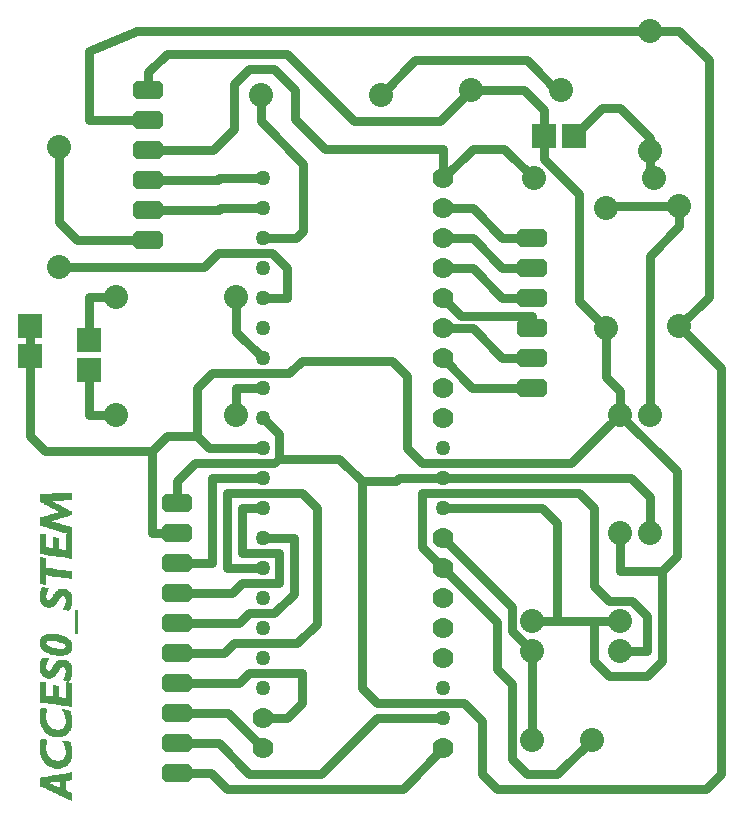
<source format=gbr>
G04 PROTEUS RS274X GERBER FILE*
%FSLAX45Y45*%
%MOMM*%
G01*
%ADD10C,0.762000*%
%ADD11C,1.778000*%
%ADD12C,1.270000*%
%AMDIL003*
4,1,8,
-1.270000,0.457200,-0.965200,0.762000,0.965200,0.762000,1.270000,0.457200,1.270000,-0.457200,
0.965200,-0.762000,-0.965200,-0.762000,-1.270000,-0.457200,-1.270000,0.457200,
0*%
%ADD13DIL003*%
%ADD14C,2.032000*%
%ADD15R,2.032000X2.032000*%
%ADD16C,0.063500*%
D10*
X+1250000Y-1504000D02*
X+1079500Y-1333500D01*
X+1079500Y-1127500D01*
X+500000Y-548000D01*
X+1250000Y-1504000D02*
X+1250000Y-2250000D01*
X+500000Y-802000D02*
X+952500Y-1254500D01*
X+952500Y-1651000D01*
X+1079500Y-1778000D01*
X+1079500Y-2413000D01*
X+1206500Y-2540000D01*
X+1468000Y-2540000D01*
X+1758000Y-2250000D01*
X+500000Y-802000D02*
X+317500Y-619500D01*
X+317500Y-167000D01*
X+1651000Y-167000D01*
X+1778000Y-294000D01*
X+1778000Y-952500D01*
X+1905000Y-1079500D01*
X+2095500Y-1079500D01*
X+2222500Y-1206500D01*
X+2222500Y-1504000D01*
X+2000000Y-1504000D01*
X+2250000Y+2734000D02*
X+2250000Y+2532000D01*
X+2282000Y+2500000D01*
X+2250000Y+2734000D02*
X+2250000Y+2843000D01*
X+2000000Y+3093000D01*
X+1843000Y+3093000D01*
X+1609000Y+2859000D01*
X-1024000Y+1992000D02*
X-746000Y+1992001D01*
X-682500Y+2055501D01*
X-682500Y+2623500D01*
X-1043500Y+2984500D01*
X-1043500Y+3206500D01*
X-27500Y+3206500D02*
X+266000Y+3500000D01*
X+1206500Y+3500000D01*
X+1500000Y+3206500D01*
X+1500000Y+3250000D01*
X-2000000Y+1980000D02*
X-2595500Y+1980000D01*
X-2750000Y+2134500D01*
X-2750000Y+2766000D01*
X-1024000Y+976000D02*
X-1250000Y+1202000D01*
X-1250000Y+1500000D01*
X-1024000Y+722000D02*
X-1250000Y+722000D01*
X-1250000Y+500000D01*
X+2500000Y+2266000D02*
X+2500000Y+2095500D01*
X+2250000Y+1845500D01*
X+2250000Y+500000D01*
X+2500000Y+2266000D02*
X+1893000Y+2266000D01*
X+1877000Y+2250000D01*
X+500000Y+976000D02*
X+746000Y+730000D01*
X+1250000Y+730000D01*
X-825500Y+1611001D02*
X-825500Y+1738001D01*
X-952500Y+1865001D01*
X-1408999Y+1865001D01*
X-1524000Y+1750000D01*
X-2750000Y+1750000D01*
X-825500Y+1611001D02*
X-825500Y+1484001D01*
X-1024000Y+1484000D01*
X-1024000Y+1484001D01*
X-1460500Y+2234000D02*
X-2000000Y+2234000D01*
X-1460500Y+2234000D02*
X-1397000Y+2234000D01*
X-1384999Y+2246001D01*
X-1024000Y+2246000D01*
X-1024000Y+2500000D02*
X-1397000Y+2500000D01*
X-1409000Y+2488000D01*
X-2000000Y+2488000D01*
X+500000Y-2072000D02*
X-63500Y-2072000D01*
X-531500Y-2540000D01*
X-1143000Y-2540000D01*
X-1401000Y-2282000D01*
X-1750000Y-2282000D01*
X+500000Y-2326000D02*
X+159000Y-2667000D01*
X-1333500Y-2667000D01*
X-1464500Y-2536000D01*
X-1750000Y-2536000D01*
X-1024000Y-802000D02*
X-1333500Y-802000D01*
X-1333500Y-167000D01*
X-698500Y-167000D01*
X-571500Y-294000D01*
X-571500Y-1270000D01*
X-738500Y-1437000D01*
X-1270000Y-1437000D01*
X-1353000Y-1520000D01*
X-1750000Y-1520000D01*
X-1024000Y-548000D02*
X-762000Y-548000D01*
X-762000Y-1016000D01*
X-929000Y-1183000D01*
X-1143000Y-1183000D01*
X-1226000Y-1266000D01*
X-1750000Y-1266000D01*
X-1024000Y-294000D02*
X-1206500Y-294000D01*
X-1206500Y-675000D01*
X-889000Y-675000D01*
X-889000Y-929000D01*
X-1206500Y-929000D01*
X-1289500Y-1012000D01*
X-1750000Y-1012000D01*
X-1024000Y-40000D02*
X-1460500Y-40000D01*
X-1460500Y-758000D01*
X-1750000Y-758000D01*
X-1024000Y-2072000D02*
X-825500Y-2072000D01*
X-698500Y-1945000D01*
X-698500Y-1691000D01*
X-1143000Y-1691000D01*
X-1226000Y-1774000D01*
X-1750000Y-1774000D01*
X+1877000Y+1234000D02*
X+1651000Y+1460000D01*
X+1651000Y+2371000D01*
X+1355000Y+2667000D01*
X+1355000Y+2859000D01*
X-698500Y+952500D02*
X-802000Y+849000D01*
X-1460500Y+849000D01*
X-1587500Y+722000D01*
X-1587500Y+317500D01*
X+1778000Y-1250000D02*
X+1778000Y-1587500D01*
X+1905000Y-1714500D01*
X+2222500Y-1714500D01*
X+2349500Y-1587500D01*
X+2349500Y-825500D01*
X-1968500Y+190500D02*
X-1968500Y-504000D01*
X-1750000Y-504000D01*
X+2349500Y-825500D02*
X+1996000Y-825500D01*
X+1996000Y-500000D01*
X+1877000Y+1234000D02*
X+1877000Y+817500D01*
X+1996000Y+698500D01*
X+1996000Y+500000D01*
X-1968500Y+190500D02*
X-1841500Y+317500D01*
X-1587500Y+317500D01*
X-1484000Y+214000D01*
X-1024000Y+214000D01*
X+738000Y+3250000D02*
X+472500Y+2984500D01*
X-254000Y+2984500D01*
X-825500Y+3556000D01*
X-1841500Y+3556000D01*
X-2000000Y+3397500D01*
X-2000000Y+3250000D01*
X-3000000Y+1000000D02*
X-3000000Y+1254000D01*
X-3000000Y+1000000D02*
X-3000000Y+317500D01*
X-2873000Y+190500D01*
X-1968500Y+190500D01*
X+1460500Y-1250000D02*
X+1250000Y-1250000D01*
X+1460500Y-1250000D02*
X+1778000Y-1250000D01*
X+1460500Y-1250000D02*
X+1460500Y-421000D01*
X+1333500Y-294000D01*
X+500000Y-294000D01*
X+1996000Y+500000D02*
X+1871000Y+375000D01*
X+1583000Y+87000D01*
X+317500Y+87000D01*
X+190500Y+214000D01*
X+190500Y+825500D01*
X+63500Y+952500D01*
X-698500Y+952500D01*
X+1996000Y+500000D02*
X+2476500Y+19500D01*
X+2476500Y-698500D01*
X+2349500Y-825500D01*
X+1778000Y-1250000D02*
X+2000000Y-1250000D01*
X+738000Y+3250000D02*
X+1188500Y+3250000D01*
X+1355000Y+3083500D01*
X+1355000Y+2859000D01*
X-2266000Y+500000D02*
X-2500000Y+500000D01*
X-2500000Y+877000D01*
X-2266000Y+1500000D02*
X-2500000Y+1500000D01*
X-2500000Y+1131000D01*
X-750000Y+3250000D02*
X-929000Y+3429000D01*
X-1143000Y+3429000D01*
X-1270000Y+3302000D01*
X-1270000Y+2921000D01*
X-1449000Y+2742000D01*
X-2000000Y+2742000D01*
X+500000Y+2500000D02*
X+500000Y+2750000D01*
X-500000Y+2750000D01*
X-750000Y+3000000D01*
X-750000Y+3250000D01*
X+500000Y+1484000D02*
X+652400Y+1331600D01*
X+1250000Y+1331600D01*
X+1250000Y+1238000D01*
X+500000Y+1230000D02*
X+754000Y+1230000D01*
X+1000000Y+984000D01*
X+1250000Y+984000D01*
X-1024000Y-2326000D02*
X-1322000Y-2028000D01*
X-1750000Y-2028000D01*
X+500000Y+2246000D02*
X+754000Y+2246000D01*
X+1000000Y+2000000D01*
X+1250000Y+2000000D01*
X-889000Y+127000D02*
X-381000Y+127000D01*
X-190500Y-63500D01*
X-889000Y+127000D02*
X-889000Y+333000D01*
X-1024000Y+468000D01*
X+500000Y-40000D02*
X+127000Y-40000D01*
X+103500Y-63500D01*
X-190500Y-63500D01*
X+2500000Y+1250000D02*
X+2750000Y+1500000D01*
X+2750000Y+3500000D01*
X+2500000Y+3750000D01*
X+2250000Y+3750000D01*
X-2088164Y+3750000D01*
X-2500000Y+3579500D01*
X-2500000Y+2996000D01*
X-2000000Y+2996000D01*
X-889000Y+127000D02*
X-929000Y+87000D01*
X-1599500Y+87000D01*
X-1750000Y-63500D01*
X+2500000Y+1250000D02*
X+2853500Y+896500D01*
X+2853500Y-2540000D01*
X+2726500Y-2667000D01*
X+952500Y-2667000D01*
X+825500Y-2540000D01*
X+825500Y-2095500D01*
X+675000Y-1945000D01*
X-63500Y-1945000D01*
X-190500Y-1818000D01*
X-190500Y-63500D01*
X+500000Y-40000D02*
X+2091500Y-40000D01*
X+2250000Y-198500D01*
X+2250000Y-500000D01*
X-1750000Y-63500D02*
X-1750000Y-250000D01*
X+1250000Y+1746000D02*
X+1000000Y+1746000D01*
X+754000Y+1992000D01*
X+500000Y+1992000D01*
X+1250000Y+1492000D02*
X+1000000Y+1492000D01*
X+754000Y+1738000D01*
X+500000Y+1738000D01*
X+1266000Y+2500000D02*
X+1016000Y+2750000D01*
X+750000Y+2750000D01*
X+500000Y+2500000D01*
D11*
X+500000Y+2500000D03*
X+500000Y+2246000D03*
X+500000Y+1992000D03*
X+500000Y+1738000D03*
X+500000Y+1484000D03*
X+500000Y+1230000D03*
X+500000Y+976000D03*
X+500000Y+722000D03*
X+500000Y+468000D03*
D12*
X+500000Y+214000D03*
X+500000Y-40000D03*
X+500000Y-294000D03*
D11*
X+500000Y-548000D03*
X+500000Y-802000D03*
X+500000Y-1056000D03*
X+500000Y-1310000D03*
X+500000Y-1564000D03*
D12*
X+500000Y-1818000D03*
X+500000Y-2072000D03*
D11*
X+500000Y-2326000D03*
X-1024000Y-2326000D03*
X-1024000Y-2072000D03*
D12*
X-1024000Y-1818000D03*
X-1024000Y-1564000D03*
X-1024000Y-1310000D03*
X-1024000Y-1056000D03*
X-1024000Y-802000D03*
X-1024000Y-548000D03*
X-1024000Y-294000D03*
X-1024000Y-40000D03*
X-1024000Y+214000D03*
X-1024000Y+468000D03*
X-1024000Y+722000D03*
X-1024000Y+976000D03*
X-1024000Y+1230000D03*
X-1024000Y+1484000D03*
X-1024000Y+1738000D03*
X-1024000Y+1992000D03*
X-1024000Y+2246000D03*
X-1024000Y+2500000D03*
D13*
X-1750000Y-250000D03*
X-1750000Y-504000D03*
X-1750000Y-758000D03*
X-1750000Y-1012000D03*
X-1750000Y-1266000D03*
X-1750000Y-1520000D03*
X-1750000Y-1774000D03*
X-1750000Y-2028000D03*
X-1750000Y-2282000D03*
X-1750000Y-2536000D03*
X+1250000Y+2000000D03*
X+1250000Y+1746000D03*
X+1250000Y+1492000D03*
X+1250000Y+1238000D03*
X+1250000Y+984000D03*
X+1250000Y+730000D03*
D14*
X+1877000Y+2250000D03*
X+1877000Y+1234000D03*
X+2500000Y+1250000D03*
X+2500000Y+2266000D03*
X-1250000Y+500000D03*
X-2266000Y+500000D03*
X-1250000Y+1500000D03*
X-2266000Y+1500000D03*
D15*
X-2500000Y+1131000D03*
X-2500000Y+877000D03*
D14*
X-1043500Y+3206500D03*
X-27500Y+3206500D03*
X+1500000Y+3250000D03*
X+738000Y+3250000D03*
X+2282000Y+2500000D03*
X+1266000Y+2500000D03*
D15*
X+1609000Y+2859000D03*
X+1355000Y+2859000D03*
D14*
X+1250000Y-2250000D03*
X+1758000Y-2250000D03*
X+1250000Y-1250000D03*
X+1250000Y-1504000D03*
X+2000000Y-1250000D03*
X+2000000Y-1504000D03*
D13*
X-2000000Y+3250000D03*
X-2000000Y+2996000D03*
X-2000000Y+2742000D03*
X-2000000Y+2488000D03*
X-2000000Y+2234000D03*
X-2000000Y+1980000D03*
D15*
X-3000000Y+1000000D03*
X-3000000Y+1254000D03*
D14*
X-2750000Y+1750000D03*
X-2750000Y+2766000D03*
X+2250000Y+500000D03*
X+1996000Y+500000D03*
X+2250000Y-500000D03*
X+1996000Y-500000D03*
X+2250000Y+3750000D03*
X+2250000Y+2734000D03*
D16*
X-2916180Y-2635700D02*
X-2916180Y-2574740D01*
X-2916180Y-2351220D02*
X-2916180Y-2280100D01*
X-2916180Y-2087060D02*
X-2916180Y-2015940D01*
X-2916180Y-1660340D02*
X-2916180Y-1609540D01*
X-2916180Y-1446980D02*
X-2916180Y-1406340D01*
X-2916180Y-1060900D02*
X-2916180Y-1010100D01*
X-2911100Y-2640780D02*
X-2911100Y-2574740D01*
X-2911100Y-2376620D02*
X-2911100Y-2254700D01*
X-2911100Y-2112460D02*
X-2911100Y-1990540D01*
X-2911100Y-1929580D02*
X-2911100Y-1761940D01*
X-2911100Y-1675580D02*
X-2911100Y-1589220D01*
X-2911100Y-1462220D02*
X-2911100Y-1396180D01*
X-2911100Y-1076140D02*
X-2911100Y-989780D01*
X-2911100Y-928820D02*
X-2911100Y-705300D01*
X-2911100Y-674820D02*
X-2911100Y-507180D01*
X-2911100Y-430980D02*
X-2911100Y-370020D01*
X-2911100Y-232860D02*
X-2911100Y-171900D01*
X-2906020Y-2640780D02*
X-2906020Y-2569660D01*
X-2906020Y-2391860D02*
X-2906020Y-2244540D01*
X-2906020Y-2127700D02*
X-2906020Y-1980380D01*
X-2906020Y-1929580D02*
X-2906020Y-1761940D01*
X-2906020Y-1685740D02*
X-2906020Y-1579060D01*
X-2906020Y-1472380D02*
X-2906020Y-1386020D01*
X-2906020Y-1086300D02*
X-2906020Y-979620D01*
X-2906020Y-928820D02*
X-2906020Y-705300D01*
X-2906020Y-674820D02*
X-2906020Y-507180D01*
X-2906020Y-436060D02*
X-2906020Y-370020D01*
X-2906020Y-232860D02*
X-2906020Y-171900D01*
X-2900940Y-2640780D02*
X-2900940Y-2569660D01*
X-2900940Y-2402020D02*
X-2900940Y-2244540D01*
X-2900940Y-2137860D02*
X-2900940Y-1980380D01*
X-2900940Y-1929580D02*
X-2900940Y-1761940D01*
X-2900940Y-1690820D02*
X-2900940Y-1568900D01*
X-2900940Y-1477460D02*
X-2900940Y-1380940D01*
X-2900940Y-1091380D02*
X-2900940Y-969460D01*
X-2900940Y-928820D02*
X-2900940Y-705300D01*
X-2900940Y-674820D02*
X-2900940Y-507180D01*
X-2900940Y-436060D02*
X-2900940Y-370020D01*
X-2900940Y-237940D02*
X-2900940Y-171900D01*
X-2895860Y-2645860D02*
X-2895860Y-2569660D01*
X-2895860Y-2412180D02*
X-2895860Y-2244540D01*
X-2895860Y-2148020D02*
X-2895860Y-1980380D01*
X-2895860Y-1929580D02*
X-2895860Y-1761940D01*
X-2895860Y-1700980D02*
X-2895860Y-1558740D01*
X-2895860Y-1482540D02*
X-2895860Y-1375860D01*
X-2895860Y-1101540D02*
X-2895860Y-959300D01*
X-2895860Y-928820D02*
X-2895860Y-705300D01*
X-2895860Y-674820D02*
X-2895860Y-507180D01*
X-2895860Y-436060D02*
X-2895860Y-364940D01*
X-2895860Y-237940D02*
X-2895860Y-171900D01*
X-2890780Y-2645860D02*
X-2890780Y-2569660D01*
X-2890780Y-2422340D02*
X-2890780Y-2249620D01*
X-2890780Y-2158180D02*
X-2890780Y-1985460D01*
X-2890780Y-1929580D02*
X-2890780Y-1767020D01*
X-2890780Y-1706060D02*
X-2890780Y-1558740D01*
X-2890780Y-1487620D02*
X-2890780Y-1375860D01*
X-2890780Y-1106620D02*
X-2890780Y-959300D01*
X-2890780Y-928820D02*
X-2890780Y-710380D01*
X-2890780Y-674820D02*
X-2890780Y-512260D01*
X-2890780Y-441140D02*
X-2890780Y-364940D01*
X-2890780Y-243020D02*
X-2890780Y-171900D01*
X-2885700Y-2650940D02*
X-2885700Y-2569660D01*
X-2885700Y-2427420D02*
X-2885700Y-2249620D01*
X-2885700Y-2163260D02*
X-2885700Y-1985460D01*
X-2885700Y-1929580D02*
X-2885700Y-1767020D01*
X-2885700Y-1711140D02*
X-2885700Y-1558740D01*
X-2885700Y-1492700D02*
X-2885700Y-1370780D01*
X-2885700Y-1111700D02*
X-2885700Y-959300D01*
X-2885700Y-933900D02*
X-2885700Y-710380D01*
X-2885700Y-674820D02*
X-2885700Y-512260D01*
X-2885700Y-441140D02*
X-2885700Y-364940D01*
X-2885700Y-243020D02*
X-2885700Y-171900D01*
X-2880620Y-2650940D02*
X-2880620Y-2569660D01*
X-2880620Y-2432500D02*
X-2880620Y-2249620D01*
X-2880620Y-2168340D02*
X-2880620Y-1985460D01*
X-2880620Y-1934660D02*
X-2880620Y-1767020D01*
X-2880620Y-1711140D02*
X-2880620Y-1558740D01*
X-2880620Y-1492700D02*
X-2880620Y-1365700D01*
X-2880620Y-1111700D02*
X-2880620Y-959300D01*
X-2880620Y-933900D02*
X-2880620Y-710380D01*
X-2880620Y-679900D02*
X-2880620Y-512260D01*
X-2880620Y-441140D02*
X-2880620Y-359860D01*
X-2880620Y-248100D02*
X-2880620Y-171900D01*
X-2875540Y-2656020D02*
X-2875540Y-2564580D01*
X-2875540Y-2442660D02*
X-2875540Y-2249620D01*
X-2875540Y-2178500D02*
X-2875540Y-1985460D01*
X-2875540Y-1934660D02*
X-2875540Y-1767020D01*
X-2875540Y-1716220D02*
X-2875540Y-1563820D01*
X-2875540Y-1497780D02*
X-2875540Y-1365700D01*
X-2875540Y-1116780D02*
X-2875540Y-964380D01*
X-2875540Y-933900D02*
X-2875540Y-710380D01*
X-2875540Y-679900D02*
X-2875540Y-512260D01*
X-2875540Y-441140D02*
X-2875540Y-359860D01*
X-2875540Y-253180D02*
X-2875540Y-171900D01*
X-2870460Y-2656020D02*
X-2870460Y-2564580D01*
X-2870460Y-2447740D02*
X-2870460Y-2249620D01*
X-2870460Y-2183580D02*
X-2870460Y-1985460D01*
X-2870460Y-1934660D02*
X-2870460Y-1767020D01*
X-2870460Y-1721300D02*
X-2870460Y-1563820D01*
X-2870460Y-1502860D02*
X-2870460Y-1365700D01*
X-2870460Y-1121860D02*
X-2870460Y-964380D01*
X-2870460Y-933900D02*
X-2870460Y-710380D01*
X-2870460Y-679900D02*
X-2870460Y-512260D01*
X-2870460Y-446220D02*
X-2870460Y-359860D01*
X-2870460Y-253180D02*
X-2870460Y-171900D01*
X-2865380Y-2661100D02*
X-2865380Y-2564580D01*
X-2865380Y-2452820D02*
X-2865380Y-2346140D01*
X-2865380Y-2285180D02*
X-2865380Y-2254700D01*
X-2865380Y-2188660D02*
X-2865380Y-2081980D01*
X-2865380Y-2021020D02*
X-2865380Y-1990540D01*
X-2865380Y-1934660D02*
X-2865380Y-1878780D01*
X-2865380Y-1721300D02*
X-2865380Y-1650180D01*
X-2865380Y-1614620D02*
X-2865380Y-1563820D01*
X-2865380Y-1502860D02*
X-2865380Y-1441900D01*
X-2865380Y-1421580D02*
X-2865380Y-1360620D01*
X-2865380Y-1121860D02*
X-2865380Y-1050740D01*
X-2865380Y-1015180D02*
X-2865380Y-964380D01*
X-2865380Y-852620D02*
X-2865380Y-796740D01*
X-2865380Y-679900D02*
X-2865380Y-624020D01*
X-2865380Y-446220D02*
X-2865380Y-359860D01*
X-2865380Y-258260D02*
X-2865380Y-171900D01*
X-2860300Y-2661100D02*
X-2860300Y-2615380D01*
X-2860300Y-2610300D02*
X-2860300Y-2564580D01*
X-2860300Y-2457900D02*
X-2860300Y-2366460D01*
X-2860300Y-2264860D02*
X-2860300Y-2254700D01*
X-2860300Y-2193740D02*
X-2860300Y-2102300D01*
X-2860300Y-2000700D02*
X-2860300Y-1990540D01*
X-2860300Y-1934660D02*
X-2860300Y-1878780D01*
X-2860300Y-1721300D02*
X-2860300Y-1660340D01*
X-2860300Y-1599380D02*
X-2860300Y-1563820D01*
X-2860300Y-1507940D02*
X-2860300Y-1446980D01*
X-2860300Y-1416500D02*
X-2860300Y-1360620D01*
X-2860300Y-1121860D02*
X-2860300Y-1060900D01*
X-2860300Y-999940D02*
X-2860300Y-964380D01*
X-2860300Y-852620D02*
X-2860300Y-796740D01*
X-2860300Y-679900D02*
X-2860300Y-624020D01*
X-2860300Y-446220D02*
X-2860300Y-354780D01*
X-2860300Y-258260D02*
X-2860300Y-171900D01*
X-2855220Y-2666180D02*
X-2855220Y-2615380D01*
X-2855220Y-2610300D02*
X-2855220Y-2564580D01*
X-2855220Y-2457900D02*
X-2855220Y-2376620D01*
X-2855220Y-2193740D02*
X-2855220Y-2112460D01*
X-2855220Y-1934660D02*
X-2855220Y-1878780D01*
X-2855220Y-1726380D02*
X-2855220Y-1665420D01*
X-2855220Y-1589220D02*
X-2855220Y-1563820D01*
X-2855220Y-1507940D02*
X-2855220Y-1452060D01*
X-2855220Y-1411420D02*
X-2855220Y-1360620D01*
X-2855220Y-1126940D02*
X-2855220Y-1065980D01*
X-2855220Y-989780D02*
X-2855220Y-964380D01*
X-2855220Y-852620D02*
X-2855220Y-796740D01*
X-2855220Y-679900D02*
X-2855220Y-624020D01*
X-2855220Y-451300D02*
X-2855220Y-354780D01*
X-2855220Y-263340D02*
X-2855220Y-171900D01*
X-2850140Y-2666180D02*
X-2850140Y-2620460D01*
X-2850140Y-2610300D02*
X-2850140Y-2564580D01*
X-2850140Y-2462980D02*
X-2850140Y-2386780D01*
X-2850140Y-2198820D02*
X-2850140Y-2122620D01*
X-2850140Y-1934660D02*
X-2850140Y-1878780D01*
X-2850140Y-1726380D02*
X-2850140Y-1670500D01*
X-2850140Y-1579060D02*
X-2850140Y-1563820D01*
X-2850140Y-1513020D02*
X-2850140Y-1457140D01*
X-2850140Y-1406340D02*
X-2850140Y-1360620D01*
X-2850140Y-1126940D02*
X-2850140Y-1071060D01*
X-2850140Y-979620D02*
X-2850140Y-964380D01*
X-2850140Y-852620D02*
X-2850140Y-796740D01*
X-2850140Y-679900D02*
X-2850140Y-624020D01*
X-2850140Y-451300D02*
X-2850140Y-354780D01*
X-2850140Y-263340D02*
X-2850140Y-171900D01*
X-2845060Y-2671260D02*
X-2845060Y-2620460D01*
X-2845060Y-2610300D02*
X-2845060Y-2559500D01*
X-2845060Y-2468060D02*
X-2845060Y-2391860D01*
X-2845060Y-2203900D02*
X-2845060Y-2127700D01*
X-2845060Y-1939740D02*
X-2845060Y-1878780D01*
X-2845060Y-1726380D02*
X-2845060Y-1670500D01*
X-2845060Y-1568900D02*
X-2845060Y-1563820D01*
X-2845060Y-1513020D02*
X-2845060Y-1457140D01*
X-2845060Y-1406340D02*
X-2845060Y-1355540D01*
X-2845060Y-1126940D02*
X-2845060Y-1071060D01*
X-2845060Y-969460D02*
X-2845060Y-964380D01*
X-2845060Y-857700D02*
X-2845060Y-796740D01*
X-2845060Y-684980D02*
X-2845060Y-624020D01*
X-2845060Y-451300D02*
X-2845060Y-349700D01*
X-2845060Y-268420D02*
X-2845060Y-171900D01*
X-2839980Y-2671260D02*
X-2839980Y-2620460D01*
X-2839980Y-2610300D02*
X-2839980Y-2559500D01*
X-2839980Y-2468060D02*
X-2839980Y-2402020D01*
X-2839980Y-2203900D02*
X-2839980Y-2137860D01*
X-2839980Y-1939740D02*
X-2839980Y-1883860D01*
X-2839980Y-1726380D02*
X-2839980Y-1670500D01*
X-2839980Y-1518100D02*
X-2839980Y-1462220D01*
X-2839980Y-1406340D02*
X-2839980Y-1355540D01*
X-2839980Y-1126940D02*
X-2839980Y-1071060D01*
X-2839980Y-857700D02*
X-2839980Y-801820D01*
X-2839980Y-684980D02*
X-2839980Y-629100D01*
X-2839980Y-456380D02*
X-2839980Y-349700D01*
X-2839980Y-268420D02*
X-2839980Y-171900D01*
X-2834900Y-2676340D02*
X-2834900Y-2625540D01*
X-2834900Y-2610300D02*
X-2834900Y-2559500D01*
X-2834900Y-2473140D02*
X-2834900Y-2407100D01*
X-2834900Y-2208980D02*
X-2834900Y-2142940D01*
X-2834900Y-1939740D02*
X-2834900Y-1883860D01*
X-2834900Y-1726380D02*
X-2834900Y-1670500D01*
X-2834900Y-1518100D02*
X-2834900Y-1462220D01*
X-2834900Y-1406340D02*
X-2834900Y-1355540D01*
X-2834900Y-1126940D02*
X-2834900Y-1071060D01*
X-2834900Y-857700D02*
X-2834900Y-801820D01*
X-2834900Y-684980D02*
X-2834900Y-629100D01*
X-2834900Y-456380D02*
X-2834900Y-349700D01*
X-2834900Y-273500D02*
X-2834900Y-171900D01*
X-2829820Y-2676340D02*
X-2829820Y-2625540D01*
X-2829820Y-2610300D02*
X-2829820Y-2559500D01*
X-2829820Y-2473140D02*
X-2829820Y-2407100D01*
X-2829820Y-2208980D02*
X-2829820Y-2142940D01*
X-2829820Y-1939740D02*
X-2829820Y-1883860D01*
X-2829820Y-1726380D02*
X-2829820Y-1665420D01*
X-2829820Y-1518100D02*
X-2829820Y-1467300D01*
X-2829820Y-1406340D02*
X-2829820Y-1355540D01*
X-2829820Y-1126940D02*
X-2829820Y-1065980D01*
X-2829820Y-857700D02*
X-2829820Y-801820D01*
X-2829820Y-684980D02*
X-2829820Y-629100D01*
X-2829820Y-456380D02*
X-2829820Y-400500D01*
X-2829820Y-395420D02*
X-2829820Y-344620D01*
X-2829820Y-273500D02*
X-2829820Y-171900D01*
X-2824740Y-2681420D02*
X-2824740Y-2630620D01*
X-2824740Y-2610300D02*
X-2824740Y-2559500D01*
X-2824740Y-2478220D02*
X-2824740Y-2412180D01*
X-2824740Y-2214060D02*
X-2824740Y-2148020D01*
X-2824740Y-1939740D02*
X-2824740Y-1883860D01*
X-2824740Y-1726380D02*
X-2824740Y-1660340D01*
X-2824740Y-1523180D02*
X-2824740Y-1467300D01*
X-2824740Y-1406340D02*
X-2824740Y-1355540D01*
X-2824740Y-1126940D02*
X-2824740Y-1060900D01*
X-2824740Y-857700D02*
X-2824740Y-801820D01*
X-2824740Y-684980D02*
X-2824740Y-629100D01*
X-2824740Y-456380D02*
X-2824740Y-400500D01*
X-2824740Y-395420D02*
X-2824740Y-344620D01*
X-2824740Y-278580D02*
X-2824740Y-227780D01*
X-2824740Y-222700D02*
X-2824740Y-171900D01*
X-2819660Y-2681420D02*
X-2819660Y-2630620D01*
X-2819660Y-2605220D02*
X-2819660Y-2559500D01*
X-2819660Y-2478220D02*
X-2819660Y-2417260D01*
X-2819660Y-2214060D02*
X-2819660Y-2153100D01*
X-2819660Y-1939740D02*
X-2819660Y-1883860D01*
X-2819660Y-1721300D02*
X-2819660Y-1655260D01*
X-2819660Y-1523180D02*
X-2819660Y-1467300D01*
X-2819660Y-1406340D02*
X-2819660Y-1355540D01*
X-2819660Y-1121860D02*
X-2819660Y-1055820D01*
X-2819660Y-857700D02*
X-2819660Y-801820D01*
X-2819660Y-684980D02*
X-2819660Y-629100D01*
X-2819660Y-461460D02*
X-2819660Y-400500D01*
X-2819660Y-395420D02*
X-2819660Y-344620D01*
X-2819660Y-278580D02*
X-2819660Y-227780D01*
X-2819660Y-222700D02*
X-2819660Y-171900D01*
X-2814580Y-2686500D02*
X-2814580Y-2630620D01*
X-2814580Y-2605220D02*
X-2814580Y-2554420D01*
X-2814580Y-2483300D02*
X-2814580Y-2422340D01*
X-2814580Y-2219140D02*
X-2814580Y-2158180D01*
X-2814580Y-1939740D02*
X-2814580Y-1883860D01*
X-2814580Y-1721300D02*
X-2814580Y-1645100D01*
X-2814580Y-1523180D02*
X-2814580Y-1472380D01*
X-2814580Y-1406340D02*
X-2814580Y-1355540D01*
X-2814580Y-1121860D02*
X-2814580Y-1045660D01*
X-2814580Y-857700D02*
X-2814580Y-801820D01*
X-2814580Y-684980D02*
X-2814580Y-629100D01*
X-2814580Y-461460D02*
X-2814580Y-405580D01*
X-2814580Y-390340D02*
X-2814580Y-344620D01*
X-2814580Y-283660D02*
X-2814580Y-232860D01*
X-2814580Y-222700D02*
X-2814580Y-166820D01*
X-2809500Y-2686500D02*
X-2809500Y-2635700D01*
X-2809500Y-2605220D02*
X-2809500Y-2554420D01*
X-2809500Y-2483300D02*
X-2809500Y-2422340D01*
X-2809500Y-2219140D02*
X-2809500Y-2158180D01*
X-2809500Y-1944820D02*
X-2809500Y-1883860D01*
X-2809500Y-1721300D02*
X-2809500Y-1640020D01*
X-2809500Y-1528260D02*
X-2809500Y-1472380D01*
X-2809500Y-1406340D02*
X-2809500Y-1355540D01*
X-2809500Y-1121860D02*
X-2809500Y-1040580D01*
X-2809500Y-862780D02*
X-2809500Y-801820D01*
X-2809500Y-690060D02*
X-2809500Y-629100D01*
X-2809500Y-461460D02*
X-2809500Y-405580D01*
X-2809500Y-390340D02*
X-2809500Y-339540D01*
X-2809500Y-288740D02*
X-2809500Y-232860D01*
X-2809500Y-222700D02*
X-2809500Y-166820D01*
X-2804420Y-2691580D02*
X-2804420Y-2635700D01*
X-2804420Y-2605220D02*
X-2804420Y-2554420D01*
X-2804420Y-2483300D02*
X-2804420Y-2427420D01*
X-2804420Y-2219140D02*
X-2804420Y-2163260D01*
X-2804420Y-1944820D02*
X-2804420Y-1792420D01*
X-2804420Y-1716220D02*
X-2804420Y-1629860D01*
X-2804420Y-1528260D02*
X-2804420Y-1472380D01*
X-2804420Y-1406340D02*
X-2804420Y-1355540D01*
X-2804420Y-1116780D02*
X-2804420Y-1030420D01*
X-2804420Y-862780D02*
X-2804420Y-806900D01*
X-2804420Y-690060D02*
X-2804420Y-537660D01*
X-2804420Y-466540D02*
X-2804420Y-405580D01*
X-2804420Y-390340D02*
X-2804420Y-339540D01*
X-2804420Y-288740D02*
X-2804420Y-237940D01*
X-2804420Y-222700D02*
X-2804420Y-166820D01*
X-2799340Y-2691580D02*
X-2799340Y-2640780D01*
X-2799340Y-2605220D02*
X-2799340Y-2554420D01*
X-2799340Y-2483300D02*
X-2799340Y-2427420D01*
X-2799340Y-2219140D02*
X-2799340Y-2163260D01*
X-2799340Y-1944820D02*
X-2799340Y-1792420D01*
X-2799340Y-1716220D02*
X-2799340Y-1619700D01*
X-2799340Y-1528260D02*
X-2799340Y-1472380D01*
X-2799340Y-1411420D02*
X-2799340Y-1355540D01*
X-2799340Y-1116780D02*
X-2799340Y-1020260D01*
X-2799340Y-862780D02*
X-2799340Y-806900D01*
X-2799340Y-690060D02*
X-2799340Y-537660D01*
X-2799340Y-466540D02*
X-2799340Y-410660D01*
X-2799340Y-385260D02*
X-2799340Y-339540D01*
X-2799340Y-293820D02*
X-2799340Y-243020D01*
X-2799340Y-222700D02*
X-2799340Y-166820D01*
X-2794260Y-2691580D02*
X-2794260Y-2640780D01*
X-2794260Y-2605220D02*
X-2794260Y-2554420D01*
X-2794260Y-2488380D02*
X-2794260Y-2427420D01*
X-2794260Y-2224220D02*
X-2794260Y-2163260D01*
X-2794260Y-1944820D02*
X-2794260Y-1792420D01*
X-2794260Y-1711140D02*
X-2794260Y-1614620D01*
X-2794260Y-1528260D02*
X-2794260Y-1477460D01*
X-2794260Y-1411420D02*
X-2794260Y-1355540D01*
X-2794260Y-1111700D02*
X-2794260Y-1015180D01*
X-2794260Y-862780D02*
X-2794260Y-806900D01*
X-2794260Y-690060D02*
X-2794260Y-537660D01*
X-2794260Y-466540D02*
X-2794260Y-410660D01*
X-2794260Y-385260D02*
X-2794260Y-334460D01*
X-2794260Y-293820D02*
X-2794260Y-243020D01*
X-2794260Y-222700D02*
X-2794260Y-166820D01*
X-2789180Y-2696660D02*
X-2789180Y-2645860D01*
X-2789180Y-2605220D02*
X-2789180Y-2554420D01*
X-2789180Y-2488380D02*
X-2789180Y-2427420D01*
X-2789180Y-2224220D02*
X-2789180Y-2163260D01*
X-2789180Y-1944820D02*
X-2789180Y-1792420D01*
X-2789180Y-1706060D02*
X-2789180Y-1604460D01*
X-2789180Y-1528260D02*
X-2789180Y-1477460D01*
X-2789180Y-1411420D02*
X-2789180Y-1355540D01*
X-2789180Y-1106620D02*
X-2789180Y-1005020D01*
X-2789180Y-862780D02*
X-2789180Y-806900D01*
X-2789180Y-690060D02*
X-2789180Y-537660D01*
X-2789180Y-471620D02*
X-2789180Y-410660D01*
X-2789180Y-385260D02*
X-2789180Y-334460D01*
X-2789180Y-298900D02*
X-2789180Y-248100D01*
X-2789180Y-222700D02*
X-2789180Y-166820D01*
X-2784100Y-2696660D02*
X-2784100Y-2645860D01*
X-2784100Y-2605220D02*
X-2784100Y-2549340D01*
X-2784100Y-2488380D02*
X-2784100Y-2432500D01*
X-2784100Y-2224220D02*
X-2784100Y-2168340D01*
X-2784100Y-1944820D02*
X-2784100Y-1797500D01*
X-2784100Y-1700980D02*
X-2784100Y-1599380D01*
X-2784100Y-1528260D02*
X-2784100Y-1477460D01*
X-2784100Y-1411420D02*
X-2784100Y-1355540D01*
X-2784100Y-1101540D02*
X-2784100Y-999940D01*
X-2784100Y-862780D02*
X-2784100Y-806900D01*
X-2784100Y-690060D02*
X-2784100Y-542740D01*
X-2784100Y-471620D02*
X-2784100Y-410660D01*
X-2784100Y-385260D02*
X-2784100Y-334460D01*
X-2784100Y-298900D02*
X-2784100Y-248100D01*
X-2784100Y-222700D02*
X-2784100Y-166820D01*
X-2779020Y-2701740D02*
X-2779020Y-2645860D01*
X-2779020Y-2600140D02*
X-2779020Y-2549340D01*
X-2779020Y-2488380D02*
X-2779020Y-2432500D01*
X-2779020Y-2224220D02*
X-2779020Y-2168340D01*
X-2779020Y-1944820D02*
X-2779020Y-1797500D01*
X-2779020Y-1690820D02*
X-2779020Y-1594300D01*
X-2779020Y-1533340D02*
X-2779020Y-1477460D01*
X-2779020Y-1411420D02*
X-2779020Y-1360620D01*
X-2779020Y-1091380D02*
X-2779020Y-994860D01*
X-2779020Y-862780D02*
X-2779020Y-806900D01*
X-2779020Y-690060D02*
X-2779020Y-542740D01*
X-2779020Y-471620D02*
X-2779020Y-415740D01*
X-2779020Y-380180D02*
X-2779020Y-329380D01*
X-2779020Y-303980D02*
X-2779020Y-253180D01*
X-2779020Y-222700D02*
X-2779020Y-166820D01*
X-2773940Y-2701740D02*
X-2773940Y-2650940D01*
X-2773940Y-2600140D02*
X-2773940Y-2549340D01*
X-2773940Y-2488380D02*
X-2773940Y-2432500D01*
X-2773940Y-2224220D02*
X-2773940Y-2168340D01*
X-2773940Y-1949900D02*
X-2773940Y-1797500D01*
X-2773940Y-1685740D02*
X-2773940Y-1589220D01*
X-2773940Y-1533340D02*
X-2773940Y-1477460D01*
X-2773940Y-1411420D02*
X-2773940Y-1360620D01*
X-2773940Y-1086300D02*
X-2773940Y-989780D01*
X-2773940Y-867860D02*
X-2773940Y-806900D01*
X-2773940Y-695140D02*
X-2773940Y-542740D01*
X-2773940Y-476700D02*
X-2773940Y-415740D01*
X-2773940Y-380180D02*
X-2773940Y-329380D01*
X-2773940Y-303980D02*
X-2773940Y-253180D01*
X-2773940Y-222700D02*
X-2773940Y-166820D01*
X-2768860Y-2706820D02*
X-2768860Y-2650940D01*
X-2768860Y-2600140D02*
X-2768860Y-2549340D01*
X-2768860Y-2488380D02*
X-2768860Y-2432500D01*
X-2768860Y-2224220D02*
X-2768860Y-2168340D01*
X-2768860Y-1949900D02*
X-2768860Y-1797500D01*
X-2768860Y-1675580D02*
X-2768860Y-1589220D01*
X-2768860Y-1533340D02*
X-2768860Y-1482540D01*
X-2768860Y-1416500D02*
X-2768860Y-1360620D01*
X-2768860Y-1076140D02*
X-2768860Y-989780D01*
X-2768860Y-867860D02*
X-2768860Y-811980D01*
X-2768860Y-695140D02*
X-2768860Y-542740D01*
X-2768860Y-476700D02*
X-2768860Y-415740D01*
X-2768860Y-380180D02*
X-2768860Y-329380D01*
X-2768860Y-309060D02*
X-2768860Y-258260D01*
X-2768860Y-222700D02*
X-2768860Y-166820D01*
X-2763780Y-2706820D02*
X-2763780Y-2656020D01*
X-2763780Y-2600140D02*
X-2763780Y-2549340D01*
X-2763780Y-2488380D02*
X-2763780Y-2432500D01*
X-2763780Y-2224220D02*
X-2763780Y-2168340D01*
X-2763780Y-1949900D02*
X-2763780Y-1797500D01*
X-2763780Y-1670500D02*
X-2763780Y-1584140D01*
X-2763780Y-1533340D02*
X-2763780Y-1482540D01*
X-2763780Y-1416500D02*
X-2763780Y-1360620D01*
X-2763780Y-1071060D02*
X-2763780Y-984700D01*
X-2763780Y-867860D02*
X-2763780Y-811980D01*
X-2763780Y-695140D02*
X-2763780Y-542740D01*
X-2763780Y-476700D02*
X-2763780Y-420820D01*
X-2763780Y-375100D02*
X-2763780Y-324300D01*
X-2763780Y-309060D02*
X-2763780Y-258260D01*
X-2763780Y-222700D02*
X-2763780Y-166820D01*
X-2758700Y-2711900D02*
X-2758700Y-2656020D01*
X-2758700Y-2600140D02*
X-2758700Y-2549340D01*
X-2758700Y-2488380D02*
X-2758700Y-2432500D01*
X-2758700Y-2224220D02*
X-2758700Y-2168340D01*
X-2758700Y-1949900D02*
X-2758700Y-1894020D01*
X-2758700Y-1660340D02*
X-2758700Y-1579060D01*
X-2758700Y-1533340D02*
X-2758700Y-1482540D01*
X-2758700Y-1416500D02*
X-2758700Y-1360620D01*
X-2758700Y-1060900D02*
X-2758700Y-979620D01*
X-2758700Y-867860D02*
X-2758700Y-811980D01*
X-2758700Y-695140D02*
X-2758700Y-639260D01*
X-2758700Y-476700D02*
X-2758700Y-420820D01*
X-2758700Y-375100D02*
X-2758700Y-324300D01*
X-2758700Y-314140D02*
X-2758700Y-263340D01*
X-2758700Y-222700D02*
X-2758700Y-166820D01*
X-2753620Y-2711900D02*
X-2753620Y-2656020D01*
X-2753620Y-2600140D02*
X-2753620Y-2544260D01*
X-2753620Y-2488380D02*
X-2753620Y-2432500D01*
X-2753620Y-2224220D02*
X-2753620Y-2168340D01*
X-2753620Y-1949900D02*
X-2753620Y-1894020D01*
X-2753620Y-1655260D02*
X-2753620Y-1579060D01*
X-2753620Y-1533340D02*
X-2753620Y-1482540D01*
X-2753620Y-1416500D02*
X-2753620Y-1365700D01*
X-2753620Y-1055820D02*
X-2753620Y-979620D01*
X-2753620Y-867860D02*
X-2753620Y-811980D01*
X-2753620Y-695140D02*
X-2753620Y-639260D01*
X-2753620Y-481780D02*
X-2753620Y-420820D01*
X-2753620Y-375100D02*
X-2753620Y-324300D01*
X-2753620Y-314140D02*
X-2753620Y-263340D01*
X-2753620Y-222700D02*
X-2753620Y-166820D01*
X-2748540Y-2716980D02*
X-2748540Y-2661100D01*
X-2748540Y-2600140D02*
X-2748540Y-2544260D01*
X-2748540Y-2488380D02*
X-2748540Y-2432500D01*
X-2748540Y-2224220D02*
X-2748540Y-2168340D01*
X-2748540Y-1949900D02*
X-2748540Y-1894020D01*
X-2748540Y-1645100D02*
X-2748540Y-1579060D01*
X-2748540Y-1533340D02*
X-2748540Y-1482540D01*
X-2748540Y-1421580D02*
X-2748540Y-1365700D01*
X-2748540Y-1045660D02*
X-2748540Y-979620D01*
X-2748540Y-867860D02*
X-2748540Y-811980D01*
X-2748540Y-695140D02*
X-2748540Y-639260D01*
X-2748540Y-481780D02*
X-2748540Y-425900D01*
X-2748540Y-370020D02*
X-2748540Y-324300D01*
X-2748540Y-319220D02*
X-2748540Y-268420D01*
X-2748540Y-222700D02*
X-2748540Y-166820D01*
X-2743460Y-2716980D02*
X-2743460Y-2544260D01*
X-2743460Y-2488380D02*
X-2743460Y-2427420D01*
X-2743460Y-2224220D02*
X-2743460Y-2163260D01*
X-2743460Y-1949900D02*
X-2743460Y-1894020D01*
X-2743460Y-1640020D02*
X-2743460Y-1573980D01*
X-2743460Y-1533340D02*
X-2743460Y-1482540D01*
X-2743460Y-1421580D02*
X-2743460Y-1365700D01*
X-2743460Y-1040580D02*
X-2743460Y-974540D01*
X-2743460Y-867860D02*
X-2743460Y-811980D01*
X-2743460Y-695140D02*
X-2743460Y-639260D01*
X-2743460Y-481780D02*
X-2743460Y-425900D01*
X-2743460Y-370020D02*
X-2743460Y-268420D01*
X-2743460Y-222700D02*
X-2743460Y-166820D01*
X-2738380Y-2722060D02*
X-2738380Y-2544260D01*
X-2738380Y-2483300D02*
X-2738380Y-2427420D01*
X-2738380Y-2219140D02*
X-2738380Y-2163260D01*
X-2738380Y-1954980D02*
X-2738380Y-1894020D01*
X-2738380Y-1634940D02*
X-2738380Y-1573980D01*
X-2738380Y-1533340D02*
X-2738380Y-1482540D01*
X-2738380Y-1421580D02*
X-2738380Y-1365700D01*
X-2738380Y-1035500D02*
X-2738380Y-974540D01*
X-2738380Y-872940D02*
X-2738380Y-811980D01*
X-2738380Y-700220D02*
X-2738380Y-639260D01*
X-2738380Y-486860D02*
X-2738380Y-425900D01*
X-2738380Y-370020D02*
X-2738380Y-273500D01*
X-2738380Y-222700D02*
X-2738380Y-166820D01*
X-2733300Y-2722060D02*
X-2733300Y-2544260D01*
X-2733300Y-2483300D02*
X-2733300Y-2427420D01*
X-2733300Y-2219140D02*
X-2733300Y-2163260D01*
X-2733300Y-1954980D02*
X-2733300Y-1899100D01*
X-2733300Y-1634940D02*
X-2733300Y-1573980D01*
X-2733300Y-1533340D02*
X-2733300Y-1482540D01*
X-2733300Y-1426660D02*
X-2733300Y-1370780D01*
X-2733300Y-1035500D02*
X-2733300Y-974540D01*
X-2733300Y-872940D02*
X-2733300Y-817060D01*
X-2733300Y-700220D02*
X-2733300Y-644340D01*
X-2733300Y-486860D02*
X-2733300Y-425900D01*
X-2733300Y-370020D02*
X-2733300Y-278580D01*
X-2733300Y-222700D02*
X-2733300Y-166820D01*
X-2728220Y-2727140D02*
X-2728220Y-2544260D01*
X-2728220Y-2483300D02*
X-2728220Y-2422340D01*
X-2728220Y-2219140D02*
X-2728220Y-2158180D01*
X-2728220Y-1954980D02*
X-2728220Y-1899100D01*
X-2728220Y-1629860D02*
X-2728220Y-1573980D01*
X-2728220Y-1533340D02*
X-2728220Y-1482540D01*
X-2728220Y-1426660D02*
X-2728220Y-1370780D01*
X-2728220Y-1030420D02*
X-2728220Y-974540D01*
X-2728220Y-872940D02*
X-2728220Y-817060D01*
X-2728220Y-700220D02*
X-2728220Y-644340D01*
X-2728220Y-486860D02*
X-2728220Y-430980D01*
X-2728220Y-364940D02*
X-2728220Y-278580D01*
X-2728220Y-222700D02*
X-2728220Y-166820D01*
X-2723140Y-2727140D02*
X-2723140Y-2539180D01*
X-2723140Y-2483300D02*
X-2723140Y-2422340D01*
X-2723140Y-2264860D02*
X-2723140Y-2259780D01*
X-2723140Y-2219140D02*
X-2723140Y-2158180D01*
X-2723140Y-2000700D02*
X-2723140Y-1995620D01*
X-2723140Y-1954980D02*
X-2723140Y-1899100D01*
X-2723140Y-1629860D02*
X-2723140Y-1573980D01*
X-2723140Y-1533340D02*
X-2723140Y-1482540D01*
X-2723140Y-1426660D02*
X-2723140Y-1375860D01*
X-2723140Y-1030420D02*
X-2723140Y-974540D01*
X-2723140Y-872940D02*
X-2723140Y-817060D01*
X-2723140Y-700220D02*
X-2723140Y-644340D01*
X-2723140Y-491940D02*
X-2723140Y-430980D01*
X-2723140Y-364940D02*
X-2723140Y-283660D01*
X-2723140Y-222700D02*
X-2723140Y-166820D01*
X-2718060Y-2732220D02*
X-2718060Y-2539180D01*
X-2718060Y-2478220D02*
X-2718060Y-2417260D01*
X-2718060Y-2275020D02*
X-2718060Y-2259780D01*
X-2718060Y-2214060D02*
X-2718060Y-2153100D01*
X-2718060Y-2010860D02*
X-2718060Y-1995620D01*
X-2718060Y-1954980D02*
X-2718060Y-1899100D01*
X-2718060Y-1741620D02*
X-2718060Y-1736540D01*
X-2718060Y-1629860D02*
X-2718060Y-1573980D01*
X-2718060Y-1533340D02*
X-2718060Y-1482540D01*
X-2718060Y-1431740D02*
X-2718060Y-1375860D01*
X-2718060Y-1142180D02*
X-2718060Y-1137100D01*
X-2718060Y-1030420D02*
X-2718060Y-974540D01*
X-2718060Y-872940D02*
X-2718060Y-817060D01*
X-2718060Y-700220D02*
X-2718060Y-644340D01*
X-2718060Y-491940D02*
X-2718060Y-430980D01*
X-2718060Y-364940D02*
X-2718060Y-283660D01*
X-2718060Y-222700D02*
X-2718060Y-166820D01*
X-2712980Y-2732220D02*
X-2712980Y-2539180D01*
X-2712980Y-2478220D02*
X-2712980Y-2412180D01*
X-2712980Y-2285180D02*
X-2712980Y-2259780D01*
X-2712980Y-2214060D02*
X-2712980Y-2148020D01*
X-2712980Y-2021020D02*
X-2712980Y-1995620D01*
X-2712980Y-1954980D02*
X-2712980Y-1899100D01*
X-2712980Y-1746700D02*
X-2712980Y-1731460D01*
X-2712980Y-1629860D02*
X-2712980Y-1573980D01*
X-2712980Y-1528260D02*
X-2712980Y-1482540D01*
X-2712980Y-1431740D02*
X-2712980Y-1375860D01*
X-2712980Y-1147260D02*
X-2712980Y-1132020D01*
X-2712980Y-1030420D02*
X-2712980Y-974540D01*
X-2712980Y-872940D02*
X-2712980Y-817060D01*
X-2712980Y-700220D02*
X-2712980Y-644340D01*
X-2712980Y-491940D02*
X-2712980Y-436060D01*
X-2712980Y-359860D02*
X-2712980Y-288740D01*
X-2712980Y-217620D02*
X-2712980Y-166820D01*
X-2707900Y-2737300D02*
X-2707900Y-2539180D01*
X-2707900Y-2473140D02*
X-2707900Y-2402020D01*
X-2707900Y-2295340D02*
X-2707900Y-2259780D01*
X-2707900Y-2208980D02*
X-2707900Y-2137860D01*
X-2707900Y-2031180D02*
X-2707900Y-1995620D01*
X-2707900Y-1954980D02*
X-2707900Y-1899100D01*
X-2707900Y-1746700D02*
X-2707900Y-1721300D01*
X-2707900Y-1634940D02*
X-2707900Y-1573980D01*
X-2707900Y-1528260D02*
X-2707900Y-1477460D01*
X-2707900Y-1436820D02*
X-2707900Y-1380940D01*
X-2707900Y-1147260D02*
X-2707900Y-1121860D01*
X-2707900Y-1035500D02*
X-2707900Y-974540D01*
X-2707900Y-872940D02*
X-2707900Y-817060D01*
X-2707900Y-700220D02*
X-2707900Y-644340D01*
X-2707900Y-491940D02*
X-2707900Y-436060D01*
X-2707900Y-359860D02*
X-2707900Y-288740D01*
X-2707900Y-217620D02*
X-2707900Y-166820D01*
X-2702820Y-2737300D02*
X-2702820Y-2539180D01*
X-2702820Y-2473140D02*
X-2702820Y-2396940D01*
X-2702820Y-2310580D02*
X-2702820Y-2264860D01*
X-2702820Y-2208980D02*
X-2702820Y-2132780D01*
X-2702820Y-2046420D02*
X-2702820Y-2000700D01*
X-2702820Y-1960060D02*
X-2702820Y-1899100D01*
X-2702820Y-1746700D02*
X-2702820Y-1706060D01*
X-2702820Y-1640020D02*
X-2702820Y-1579060D01*
X-2702820Y-1528260D02*
X-2702820Y-1477460D01*
X-2702820Y-1441900D02*
X-2702820Y-1380940D01*
X-2702820Y-1147260D02*
X-2702820Y-1106620D01*
X-2702820Y-1040580D02*
X-2702820Y-979620D01*
X-2702820Y-878020D02*
X-2702820Y-817060D01*
X-2702820Y-705300D02*
X-2702820Y-644340D01*
X-2702820Y-497020D02*
X-2702820Y-436060D01*
X-2702820Y-359860D02*
X-2702820Y-293820D01*
X-2702820Y-217620D02*
X-2702820Y-161740D01*
X-2697740Y-2737300D02*
X-2697740Y-2681420D01*
X-2697740Y-2589980D02*
X-2697740Y-2539180D01*
X-2697740Y-2468060D02*
X-2697740Y-2381700D01*
X-2697740Y-2330900D02*
X-2697740Y-2264860D01*
X-2697740Y-2203900D02*
X-2697740Y-2117540D01*
X-2697740Y-2066740D02*
X-2697740Y-2000700D01*
X-2697740Y-1960060D02*
X-2697740Y-1904180D01*
X-2697740Y-1746700D02*
X-2697740Y-1690820D01*
X-2697740Y-1650180D02*
X-2697740Y-1579060D01*
X-2697740Y-1528260D02*
X-2697740Y-1467300D01*
X-2697740Y-1446980D02*
X-2697740Y-1386020D01*
X-2697740Y-1147260D02*
X-2697740Y-1091380D01*
X-2697740Y-1050740D02*
X-2697740Y-979620D01*
X-2697740Y-878020D02*
X-2697740Y-822140D01*
X-2697740Y-705300D02*
X-2697740Y-649420D01*
X-2697740Y-497020D02*
X-2697740Y-441140D01*
X-2697740Y-354780D02*
X-2697740Y-293820D01*
X-2697740Y-217620D02*
X-2697740Y-161740D01*
X-2692660Y-2742380D02*
X-2692660Y-2681420D01*
X-2692660Y-2589980D02*
X-2692660Y-2534100D01*
X-2692660Y-2468060D02*
X-2692660Y-2264860D01*
X-2692660Y-2203900D02*
X-2692660Y-2000700D01*
X-2692660Y-1960060D02*
X-2692660Y-1767020D01*
X-2692660Y-1746700D02*
X-2692660Y-1579060D01*
X-2692660Y-1523180D02*
X-2692660Y-1386020D01*
X-2692660Y-1147260D02*
X-2692660Y-979620D01*
X-2692660Y-878020D02*
X-2692660Y-822140D01*
X-2692660Y-705300D02*
X-2692660Y-512260D01*
X-2692660Y-497020D02*
X-2692660Y-441140D01*
X-2692660Y-354780D02*
X-2692660Y-298900D01*
X-2692660Y-217620D02*
X-2692660Y-161740D01*
X-2687580Y-2742380D02*
X-2687580Y-2686500D01*
X-2687580Y-2589980D02*
X-2687580Y-2534100D01*
X-2687580Y-2462980D02*
X-2687580Y-2264860D01*
X-2687580Y-2198820D02*
X-2687580Y-2000700D01*
X-2687580Y-1960060D02*
X-2687580Y-1767020D01*
X-2687580Y-1746700D02*
X-2687580Y-1584140D01*
X-2687580Y-1523180D02*
X-2687580Y-1391100D01*
X-2687580Y-1147260D02*
X-2687580Y-984700D01*
X-2687580Y-878020D02*
X-2687580Y-822140D01*
X-2687580Y-705300D02*
X-2687580Y-512260D01*
X-2687580Y-502100D02*
X-2687580Y-441140D01*
X-2687580Y-354780D02*
X-2687580Y-298900D01*
X-2687580Y-217620D02*
X-2687580Y-161740D01*
X-2682500Y-2747460D02*
X-2682500Y-2686500D01*
X-2682500Y-2589980D02*
X-2682500Y-2534100D01*
X-2682500Y-2457900D02*
X-2682500Y-2264860D01*
X-2682500Y-2193740D02*
X-2682500Y-2000700D01*
X-2682500Y-1960060D02*
X-2682500Y-1767020D01*
X-2682500Y-1751780D02*
X-2682500Y-1584140D01*
X-2682500Y-1523180D02*
X-2682500Y-1396180D01*
X-2682500Y-1152340D02*
X-2682500Y-984700D01*
X-2682500Y-878020D02*
X-2682500Y-822140D01*
X-2682500Y-705300D02*
X-2682500Y-512260D01*
X-2682500Y-502100D02*
X-2682500Y-446220D01*
X-2682500Y-354780D02*
X-2682500Y-303980D01*
X-2682500Y-217620D02*
X-2682500Y-161740D01*
X-2677420Y-2747460D02*
X-2677420Y-2691580D01*
X-2677420Y-2589980D02*
X-2677420Y-2534100D01*
X-2677420Y-2452820D02*
X-2677420Y-2264860D01*
X-2677420Y-2188660D02*
X-2677420Y-2000700D01*
X-2677420Y-1960060D02*
X-2677420Y-1767020D01*
X-2677420Y-1751780D02*
X-2677420Y-1589220D01*
X-2677420Y-1518100D02*
X-2677420Y-1396180D01*
X-2677420Y-1152340D02*
X-2677420Y-989780D01*
X-2677420Y-878020D02*
X-2677420Y-822140D01*
X-2677420Y-705300D02*
X-2677420Y-512260D01*
X-2677420Y-502100D02*
X-2677420Y-446220D01*
X-2677420Y-349700D02*
X-2677420Y-309060D01*
X-2677420Y-217620D02*
X-2677420Y-161740D01*
X-2672340Y-2752540D02*
X-2672340Y-2691580D01*
X-2672340Y-2589980D02*
X-2672340Y-2534100D01*
X-2672340Y-2447740D02*
X-2672340Y-2264860D01*
X-2672340Y-2183580D02*
X-2672340Y-2000700D01*
X-2672340Y-1960060D02*
X-2672340Y-1772100D01*
X-2672340Y-1751780D02*
X-2672340Y-1594300D01*
X-2672340Y-1513020D02*
X-2672340Y-1401260D01*
X-2672340Y-1152340D02*
X-2672340Y-994860D01*
X-2672340Y-878020D02*
X-2672340Y-822140D01*
X-2672340Y-705300D02*
X-2672340Y-517340D01*
X-2672340Y-507180D02*
X-2672340Y-446220D01*
X-2672340Y-349700D02*
X-2672340Y-309060D01*
X-2672340Y-217620D02*
X-2672340Y-161740D01*
X-2667260Y-2752540D02*
X-2667260Y-2691580D01*
X-2667260Y-2589980D02*
X-2667260Y-2534100D01*
X-2667260Y-2437580D02*
X-2667260Y-2269940D01*
X-2667260Y-2173420D02*
X-2667260Y-2005780D01*
X-2667260Y-1965140D02*
X-2667260Y-1772100D01*
X-2667260Y-1746700D02*
X-2667260Y-1599380D01*
X-2667260Y-1513020D02*
X-2667260Y-1406340D01*
X-2667260Y-1147260D02*
X-2667260Y-999940D01*
X-2667260Y-883100D02*
X-2667260Y-822140D01*
X-2667260Y-710380D02*
X-2667260Y-517340D01*
X-2667260Y-507180D02*
X-2667260Y-446220D01*
X-2667260Y-349700D02*
X-2667260Y-314140D01*
X-2667260Y-217620D02*
X-2667260Y-161740D01*
X-2662180Y-2757620D02*
X-2662180Y-2696660D01*
X-2662180Y-2584900D02*
X-2662180Y-2529020D01*
X-2662180Y-2432500D02*
X-2662180Y-2275020D01*
X-2662180Y-2168340D02*
X-2662180Y-2010860D01*
X-2662180Y-1965140D02*
X-2662180Y-1772100D01*
X-2662180Y-1736540D02*
X-2662180Y-1604460D01*
X-2662180Y-1507940D02*
X-2662180Y-1411420D01*
X-2662180Y-1137100D02*
X-2662180Y-1005020D01*
X-2662180Y-883100D02*
X-2662180Y-827220D01*
X-2662180Y-710380D02*
X-2662180Y-517340D01*
X-2662180Y-507180D02*
X-2662180Y-451300D01*
X-2662180Y-344620D02*
X-2662180Y-314140D01*
X-2662180Y-217620D02*
X-2662180Y-161740D01*
X-2657100Y-2757620D02*
X-2657100Y-2696660D01*
X-2657100Y-2584900D02*
X-2657100Y-2529020D01*
X-2657100Y-2422340D02*
X-2657100Y-2290260D01*
X-2657100Y-2158180D02*
X-2657100Y-2026100D01*
X-2657100Y-1965140D02*
X-2657100Y-1772100D01*
X-2657100Y-1726380D02*
X-2657100Y-1609540D01*
X-2657100Y-1502860D02*
X-2657100Y-1421580D01*
X-2657100Y-1126940D02*
X-2657100Y-1010100D01*
X-2657100Y-883100D02*
X-2657100Y-827220D01*
X-2657100Y-710380D02*
X-2657100Y-517340D01*
X-2657100Y-512260D02*
X-2657100Y-451300D01*
X-2657100Y-344620D02*
X-2657100Y-319220D01*
X-2657100Y-217620D02*
X-2657100Y-161740D01*
X-2652020Y-2762700D02*
X-2652020Y-2701740D01*
X-2652020Y-2584900D02*
X-2652020Y-2529020D01*
X-2652020Y-2407100D02*
X-2652020Y-2305500D01*
X-2652020Y-2142940D02*
X-2652020Y-2041340D01*
X-2652020Y-1965140D02*
X-2652020Y-1772100D01*
X-2652020Y-1711140D02*
X-2652020Y-1619700D01*
X-2652020Y-1492700D02*
X-2652020Y-1426660D01*
X-2652020Y-1111700D02*
X-2652020Y-1020260D01*
X-2652020Y-883100D02*
X-2652020Y-827220D01*
X-2652020Y-710380D02*
X-2652020Y-517340D01*
X-2652020Y-512260D02*
X-2652020Y-451300D01*
X-2652020Y-344620D02*
X-2652020Y-319220D01*
X-2652020Y-217620D02*
X-2652020Y-161740D01*
X-2646940Y-2391860D02*
X-2646940Y-2330900D01*
X-2646940Y-2127700D02*
X-2646940Y-2066740D01*
X-2646940Y-1690820D02*
X-2646940Y-1640020D01*
X-2646940Y-1482540D02*
X-2646940Y-1441900D01*
X-2646940Y-1091380D02*
X-2646940Y-1040580D01*
X-2616460Y-1350460D02*
X-2616460Y-1157420D01*
X-2611380Y-1350460D02*
X-2611380Y-1157420D01*
X-2606300Y-1350460D02*
X-2606300Y-1157420D01*
X-2601220Y-1350460D02*
X-2601220Y-1157420D01*
M02*

</source>
